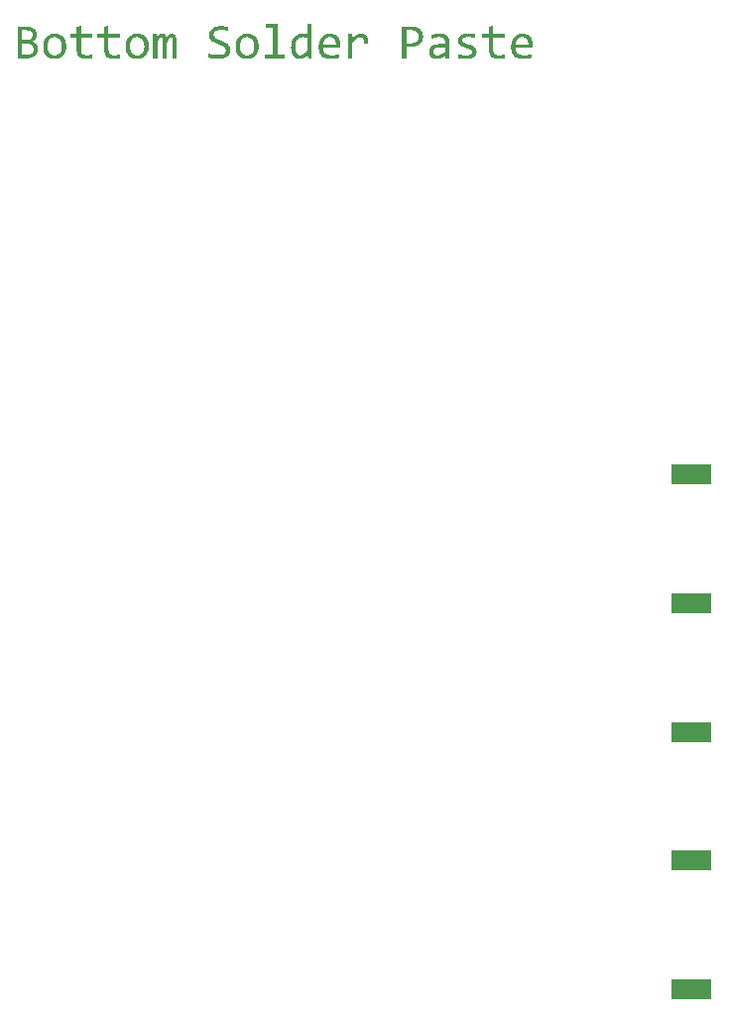
<source format=gbp>
G04*
G04 #@! TF.GenerationSoftware,Altium Limited,Altium Designer,20.0.10 (225)*
G04*
G04 Layer_Color=128*
%FSLAX25Y25*%
%MOIN*%
G70*
G01*
G75*
%ADD40R,0.13780X0.06693*%
G36*
X153157Y237079D02*
X153376Y237061D01*
X153486D01*
X153577Y237042D01*
X153777Y237024D01*
X154014Y236988D01*
X154069D01*
X154141Y236969D01*
X154214D01*
X154415Y236933D01*
X154652Y236897D01*
X154706D01*
X154779Y236878D01*
X154852Y236860D01*
X155052Y236824D01*
X155253Y236787D01*
Y235475D01*
X155216D01*
X155143Y235512D01*
X155016Y235530D01*
X154852Y235567D01*
X154670Y235603D01*
X154451Y235658D01*
X153977Y235731D01*
X153959D01*
X153868Y235749D01*
X153759Y235767D01*
X153595Y235785D01*
X153413Y235803D01*
X153194Y235822D01*
X152757Y235840D01*
X152556D01*
X152338Y235822D01*
X152064Y235785D01*
X151755Y235731D01*
X151445Y235658D01*
X151172Y235548D01*
X150917Y235403D01*
X150898Y235384D01*
X150825Y235330D01*
X150734Y235239D01*
X150625Y235111D01*
X150516Y234947D01*
X150425Y234747D01*
X150352Y234528D01*
X150333Y234273D01*
Y234255D01*
Y234200D01*
X150352Y234127D01*
X150370Y234018D01*
X150443Y233781D01*
X150497Y233653D01*
X150570Y233526D01*
X150589Y233508D01*
X150607Y233471D01*
X150661Y233417D01*
X150734Y233344D01*
X150935Y233161D01*
X151190Y232961D01*
X151208Y232943D01*
X151263Y232925D01*
X151336Y232870D01*
X151463Y232815D01*
X151591Y232743D01*
X151736Y232670D01*
X152101Y232524D01*
X152119D01*
X152192Y232487D01*
X152283Y232451D01*
X152429Y232396D01*
X152575Y232342D01*
X152738Y232269D01*
X153121Y232105D01*
X153139D01*
X153212Y232068D01*
X153322Y232032D01*
X153449Y231977D01*
X153613Y231904D01*
X153777Y231832D01*
X154160Y231649D01*
X154178Y231631D01*
X154251Y231613D01*
X154342Y231558D01*
X154469Y231485D01*
X154761Y231285D01*
X155052Y231048D01*
X155071Y231030D01*
X155125Y230993D01*
X155198Y230921D01*
X155289Y230811D01*
X155380Y230702D01*
X155490Y230556D01*
X155690Y230228D01*
X155708Y230210D01*
X155727Y230137D01*
X155763Y230046D01*
X155818Y229918D01*
X155872Y229754D01*
X155909Y229554D01*
X155927Y229353D01*
X155945Y229117D01*
Y229080D01*
Y228989D01*
X155927Y228843D01*
X155909Y228661D01*
X155872Y228461D01*
X155799Y228224D01*
X155727Y227987D01*
X155617Y227768D01*
X155599Y227750D01*
X155563Y227677D01*
X155490Y227568D01*
X155399Y227440D01*
X155271Y227295D01*
X155125Y227131D01*
X154943Y226967D01*
X154743Y226821D01*
X154725Y226803D01*
X154652Y226766D01*
X154524Y226693D01*
X154378Y226602D01*
X154178Y226511D01*
X153959Y226420D01*
X153704Y226329D01*
X153413Y226256D01*
X153376D01*
X153285Y226220D01*
X153121Y226202D01*
X152902Y226165D01*
X152647Y226129D01*
X152356Y226110D01*
X152028Y226074D01*
X151427D01*
X151281Y226092D01*
X151153D01*
X150825Y226110D01*
X150752D01*
X150680Y226129D01*
X150570D01*
X150315Y226165D01*
X150024Y226202D01*
X149951D01*
X149878Y226220D01*
X149787D01*
X149550Y226256D01*
X149295Y226293D01*
X149277D01*
X149240Y226311D01*
X149167Y226329D01*
X149094Y226347D01*
X148894Y226402D01*
X148675Y226457D01*
Y227859D01*
X148712Y227841D01*
X148785Y227823D01*
X148912Y227787D01*
X149076Y227732D01*
X149277Y227659D01*
X149514Y227604D01*
X149769Y227550D01*
X150042Y227495D01*
X150078D01*
X150170Y227477D01*
X150333Y227459D01*
X150552Y227440D01*
X150807Y227404D01*
X151099Y227386D01*
X151427Y227368D01*
X152046D01*
X152210Y227386D01*
X152392D01*
X152593Y227422D01*
X152793Y227440D01*
X152994Y227477D01*
X153012D01*
X153085Y227495D01*
X153157Y227532D01*
X153285Y227550D01*
X153540Y227659D01*
X153795Y227787D01*
X153814Y227805D01*
X153850Y227823D01*
X153905Y227878D01*
X153977Y227932D01*
X154141Y228096D01*
X154269Y228315D01*
Y228333D01*
X154287Y228370D01*
X154324Y228443D01*
X154342Y228534D01*
X154378Y228643D01*
X154396Y228770D01*
X154415Y229044D01*
Y229062D01*
Y229117D01*
X154396Y229190D01*
X154378Y229299D01*
X154305Y229536D01*
X154251Y229645D01*
X154160Y229773D01*
X154141Y229791D01*
X154123Y229827D01*
X154069Y229882D01*
X153996Y229955D01*
X153905Y230046D01*
X153795Y230137D01*
X153522Y230319D01*
X153504Y230337D01*
X153449Y230356D01*
X153376Y230410D01*
X153267Y230465D01*
X153139Y230538D01*
X152994Y230611D01*
X152629Y230775D01*
X152611Y230793D01*
X152538Y230811D01*
X152447Y230848D01*
X152301Y230902D01*
X152155Y230957D01*
X151973Y231030D01*
X151591Y231175D01*
X151572Y231194D01*
X151499Y231212D01*
X151408Y231267D01*
X151281Y231321D01*
X151117Y231394D01*
X150953Y231467D01*
X150570Y231649D01*
X150552Y231667D01*
X150479Y231704D01*
X150388Y231740D01*
X150261Y231813D01*
X150133Y231904D01*
X149969Y231995D01*
X149659Y232232D01*
X149641Y232250D01*
X149605Y232287D01*
X149532Y232360D01*
X149441Y232469D01*
X149350Y232578D01*
X149240Y232724D01*
X149040Y233034D01*
X149022Y233052D01*
X149003Y233125D01*
X148967Y233216D01*
X148931Y233344D01*
X148876Y233508D01*
X148839Y233690D01*
X148821Y233909D01*
X148803Y234127D01*
Y234145D01*
Y234218D01*
X148821Y234328D01*
X148839Y234473D01*
X148858Y234637D01*
X148894Y234820D01*
X148949Y235020D01*
X149022Y235220D01*
X149040Y235239D01*
X149058Y235312D01*
X149131Y235403D01*
X149204Y235530D01*
X149295Y235676D01*
X149423Y235840D01*
X149568Y236004D01*
X149732Y236168D01*
X149750Y236186D01*
X149823Y236241D01*
X149933Y236314D01*
X150078Y236405D01*
X150242Y236514D01*
X150461Y236623D01*
X150698Y236733D01*
X150971Y236842D01*
X151008Y236860D01*
X151117Y236878D01*
X151263Y236915D01*
X151481Y236969D01*
X151755Y237024D01*
X152064Y237061D01*
X152410Y237079D01*
X152793Y237097D01*
X152975D01*
X153157Y237079D01*
D02*
G37*
G36*
X183366Y226220D02*
X182073D01*
X182018Y227768D01*
Y227750D01*
X182000Y227732D01*
X181909Y227623D01*
X181799Y227477D01*
X181635Y227276D01*
X181435Y227076D01*
X181216Y226857D01*
X180980Y226657D01*
X180724Y226475D01*
X180688Y226457D01*
X180597Y226420D01*
X180469Y226347D01*
X180269Y226274D01*
X180050Y226202D01*
X179795Y226129D01*
X179522Y226092D01*
X179212Y226074D01*
X179103D01*
X178957Y226092D01*
X178793Y226110D01*
X178611Y226147D01*
X178392Y226202D01*
X178192Y226274D01*
X177973Y226365D01*
X177955Y226384D01*
X177882Y226420D01*
X177791Y226493D01*
X177663Y226584D01*
X177518Y226693D01*
X177372Y226839D01*
X177226Y227003D01*
X177080Y227185D01*
X177062Y227204D01*
X177026Y227276D01*
X176953Y227404D01*
X176880Y227550D01*
X176789Y227750D01*
X176698Y227969D01*
X176607Y228206D01*
X176534Y228479D01*
Y228515D01*
X176516Y228607D01*
X176479Y228770D01*
X176461Y228971D01*
X176425Y229226D01*
X176388Y229518D01*
X176370Y229827D01*
Y230155D01*
Y230173D01*
Y230210D01*
Y230265D01*
Y230337D01*
X176388Y230520D01*
X176406Y230775D01*
X176443Y231066D01*
X176479Y231376D01*
X176552Y231704D01*
X176643Y232014D01*
Y232032D01*
X176661Y232050D01*
X176698Y232159D01*
X176771Y232305D01*
X176862Y232487D01*
X176971Y232706D01*
X177117Y232943D01*
X177281Y233180D01*
X177463Y233398D01*
X177481Y233417D01*
X177554Y233489D01*
X177663Y233599D01*
X177827Y233726D01*
X178010Y233854D01*
X178228Y234000D01*
X178465Y234127D01*
X178738Y234255D01*
X178775Y234273D01*
X178866Y234309D01*
X179030Y234346D01*
X179230Y234401D01*
X179467Y234455D01*
X179759Y234510D01*
X180069Y234528D01*
X180396Y234546D01*
X180633D01*
X180888Y234528D01*
X181162Y234492D01*
X181180D01*
X181235Y234473D01*
X181307D01*
X181399Y234455D01*
X181654Y234401D01*
X181927Y234328D01*
Y237808D01*
X183366D01*
Y226220D01*
D02*
G37*
G36*
X236350Y234583D02*
X236532D01*
X236951Y234546D01*
X236969D01*
X237061Y234528D01*
X237170D01*
X237334Y234510D01*
X237516Y234473D01*
X237717Y234455D01*
X237953Y234401D01*
X238190Y234364D01*
Y233089D01*
X238154D01*
X238081Y233125D01*
X237953Y233143D01*
X237771Y233180D01*
X237589Y233216D01*
X237370Y233253D01*
X236915Y233326D01*
X236897D01*
X236806Y233344D01*
X236696Y233362D01*
X236550Y233380D01*
X236386D01*
X236223Y233398D01*
X235858Y233417D01*
X235676D01*
X235548Y233398D01*
X235257Y233380D01*
X234965Y233326D01*
X234947D01*
X234911Y233307D01*
X234838Y233289D01*
X234747Y233271D01*
X234564Y233180D01*
X234364Y233089D01*
X234328Y233070D01*
X234237Y232998D01*
X234145Y232888D01*
X234054Y232761D01*
X234036Y232724D01*
X234018Y232633D01*
X233981Y232506D01*
X233963Y232342D01*
Y232323D01*
Y232305D01*
X233981Y232214D01*
X234000Y232087D01*
X234036Y231941D01*
X234054Y231904D01*
X234109Y231832D01*
X234218Y231722D01*
X234364Y231595D01*
X234382D01*
X234401Y231558D01*
X234455Y231540D01*
X234528Y231485D01*
X234637Y231431D01*
X234747Y231376D01*
X234874Y231321D01*
X235020Y231248D01*
X235038D01*
X235093Y231212D01*
X235184Y231194D01*
X235312Y231139D01*
X235475Y231084D01*
X235658Y231030D01*
X235858Y230975D01*
X236095Y230902D01*
X236131Y230884D01*
X236223Y230866D01*
X236350Y230829D01*
X236532Y230756D01*
X236733Y230702D01*
X236933Y230611D01*
X237134Y230538D01*
X237334Y230447D01*
X237352Y230429D01*
X237425Y230410D01*
X237498Y230356D01*
X237626Y230301D01*
X237880Y230119D01*
X238136Y229918D01*
X238154Y229900D01*
X238190Y229864D01*
X238245Y229809D01*
X238318Y229736D01*
X238464Y229536D01*
X238537Y229408D01*
X238591Y229281D01*
Y229262D01*
X238609Y229226D01*
X238646Y229135D01*
X238664Y229044D01*
X238701Y228916D01*
X238719Y228789D01*
X238737Y228461D01*
Y228443D01*
Y228388D01*
Y228297D01*
X238719Y228206D01*
X238664Y227951D01*
X238573Y227677D01*
Y227659D01*
X238555Y227623D01*
X238518Y227550D01*
X238464Y227477D01*
X238336Y227276D01*
X238172Y227058D01*
X238154Y227040D01*
X238136Y227021D01*
X238081Y226967D01*
X238008Y226912D01*
X237808Y226766D01*
X237571Y226602D01*
X237553D01*
X237516Y226566D01*
X237443Y226548D01*
X237352Y226493D01*
X237134Y226402D01*
X236860Y226311D01*
X236842D01*
X236806Y226293D01*
X236715Y226274D01*
X236623Y226256D01*
X236514Y226220D01*
X236368Y226202D01*
X236077Y226147D01*
X236059D01*
X236004Y226129D01*
X235931D01*
X235822Y226110D01*
X235585Y226092D01*
X235293Y226074D01*
X234984D01*
X234783Y226092D01*
X234546D01*
X234291Y226110D01*
X233745Y226147D01*
X233708D01*
X233635Y226165D01*
X233489Y226183D01*
X233326Y226202D01*
X233107Y226238D01*
X232888Y226274D01*
X232396Y226384D01*
Y227695D01*
X232433D01*
X232524Y227659D01*
X232651Y227623D01*
X232834Y227568D01*
X233052Y227513D01*
X233289Y227459D01*
X233818Y227368D01*
X233854D01*
X233945Y227349D01*
X234073Y227331D01*
X234255D01*
X234473Y227313D01*
X234710Y227295D01*
X235239Y227276D01*
X235403D01*
X235585Y227295D01*
X235804Y227313D01*
X236059Y227349D01*
X236314Y227386D01*
X236550Y227459D01*
X236751Y227550D01*
X236769Y227568D01*
X236824Y227604D01*
X236915Y227659D01*
X237006Y227750D01*
X237097Y227859D01*
X237188Y228005D01*
X237243Y228169D01*
X237261Y228351D01*
Y228370D01*
Y228388D01*
X237243Y228479D01*
X237225Y228607D01*
X237170Y228734D01*
X237152Y228770D01*
X237115Y228843D01*
X237024Y228953D01*
X236878Y229080D01*
X236842Y229117D01*
X236787Y229135D01*
X236733Y229190D01*
X236642Y229226D01*
X236532Y229281D01*
X236386Y229354D01*
X236241Y229408D01*
X236223D01*
X236168Y229445D01*
X236077Y229481D01*
X235931Y229536D01*
X235767Y229590D01*
X235567Y229663D01*
X235348Y229736D01*
X235075Y229809D01*
X235056D01*
X234984Y229845D01*
X234874Y229864D01*
X234747Y229918D01*
X234583Y229973D01*
X234419Y230028D01*
X234054Y230173D01*
X234036Y230192D01*
X233981Y230210D01*
X233890Y230265D01*
X233781Y230319D01*
X233508Y230465D01*
X233235Y230665D01*
X233216Y230684D01*
X233180Y230720D01*
X233107Y230775D01*
X233034Y230866D01*
X232852Y231066D01*
X232688Y231340D01*
Y231358D01*
X232651Y231412D01*
X232633Y231485D01*
X232597Y231595D01*
X232560Y231722D01*
X232542Y231886D01*
X232506Y232068D01*
Y232250D01*
Y232269D01*
Y232305D01*
Y232378D01*
X232524Y232469D01*
X232542Y232578D01*
X232560Y232706D01*
X232651Y232998D01*
Y233016D01*
X232688Y233070D01*
X232724Y233143D01*
X232779Y233253D01*
X232852Y233362D01*
X232943Y233489D01*
X233070Y233635D01*
X233198Y233763D01*
X233216Y233781D01*
X233271Y233818D01*
X233362Y233890D01*
X233471Y233981D01*
X233617Y234072D01*
X233799Y234164D01*
X234000Y234273D01*
X234237Y234364D01*
X234273Y234382D01*
X234364Y234401D01*
X234492Y234437D01*
X234692Y234492D01*
X234929Y234528D01*
X235202Y234564D01*
X235530Y234583D01*
X235876Y234601D01*
X236204D01*
X236350Y234583D01*
D02*
G37*
G36*
X200019Y234583D02*
X200111D01*
X200238Y234564D01*
X200530Y234492D01*
X200839Y234401D01*
X201149Y234255D01*
X201459Y234036D01*
X201605Y233909D01*
X201732Y233763D01*
X201768Y233726D01*
X201787Y233672D01*
X201841Y233617D01*
X201878Y233526D01*
X201933Y233417D01*
X202005Y233289D01*
X202060Y233143D01*
X202115Y232979D01*
X202169Y232815D01*
X202224Y232615D01*
X202279Y232396D01*
X202315Y232141D01*
X202333Y231886D01*
X202351Y231613D01*
Y231321D01*
X200912D01*
Y231340D01*
Y231376D01*
Y231431D01*
Y231504D01*
X200894Y231686D01*
X200876Y231904D01*
X200839Y232159D01*
X200785Y232415D01*
X200693Y232670D01*
X200584Y232870D01*
X200566Y232888D01*
X200530Y232943D01*
X200438Y233034D01*
X200329Y233125D01*
X200183Y233198D01*
X200019Y233289D01*
X199819Y233344D01*
X199582Y233362D01*
X199473D01*
X199418Y233344D01*
X199236Y233326D01*
X199017Y233253D01*
X198999D01*
X198963Y233234D01*
X198908Y233216D01*
X198835Y233180D01*
X198635Y233070D01*
X198416Y232925D01*
X198398Y232906D01*
X198361Y232888D01*
X198307Y232834D01*
X198216Y232779D01*
X198015Y232578D01*
X197760Y232342D01*
X197742Y232323D01*
X197705Y232287D01*
X197633Y232214D01*
X197541Y232105D01*
X197432Y231977D01*
X197305Y231850D01*
X197177Y231686D01*
X197031Y231504D01*
Y226220D01*
X195592D01*
Y234455D01*
X196886D01*
X196922Y232925D01*
Y232943D01*
X196958Y232961D01*
X197049Y233070D01*
X197195Y233216D01*
X197378Y233417D01*
X197596Y233617D01*
X197833Y233836D01*
X198088Y234036D01*
X198361Y234200D01*
X198398Y234218D01*
X198489Y234255D01*
X198617Y234328D01*
X198817Y234401D01*
X199017Y234473D01*
X199272Y234546D01*
X199527Y234583D01*
X199801Y234601D01*
X199928D01*
X200019Y234583D01*
D02*
G37*
G36*
X136468Y234583D02*
X136559Y234564D01*
X136687Y234528D01*
X136814Y234473D01*
X136960Y234401D01*
X137106Y234309D01*
X137251Y234182D01*
X137397Y234018D01*
X137525Y233817D01*
X137652Y233599D01*
X137743Y233326D01*
X137816Y232997D01*
X137871Y232633D01*
X137889Y232214D01*
Y226220D01*
X136468D01*
Y232123D01*
Y232141D01*
Y232196D01*
Y232250D01*
Y232342D01*
X136450Y232542D01*
X136432Y232743D01*
Y232761D01*
Y232779D01*
X136413Y232888D01*
X136395Y233016D01*
X136340Y233143D01*
X136322Y233161D01*
X136304Y233216D01*
X136249Y233289D01*
X136195Y233344D01*
X136177Y233362D01*
X136140Y233380D01*
X136067Y233398D01*
X135976Y233417D01*
X135958D01*
X135885Y233398D01*
X135794Y233380D01*
X135685Y233307D01*
X135666Y233289D01*
X135612Y233234D01*
X135521Y233125D01*
X135411Y232979D01*
Y232961D01*
X135393Y232943D01*
X135357Y232888D01*
X135320Y232834D01*
X135211Y232633D01*
X135083Y232396D01*
Y232378D01*
X135047Y232323D01*
X135010Y232250D01*
X134956Y232141D01*
X134901Y232014D01*
X134828Y231868D01*
X134755Y231686D01*
X134664Y231504D01*
Y226220D01*
X133243D01*
Y231977D01*
Y231995D01*
Y232050D01*
Y232123D01*
Y232232D01*
X133225Y232469D01*
X133207Y232688D01*
Y232706D01*
Y232743D01*
X133188Y232852D01*
X133170Y232997D01*
X133116Y233125D01*
X133097Y233143D01*
X133079Y233216D01*
X133025Y233289D01*
X132970Y233344D01*
X132952Y233362D01*
X132915Y233380D01*
X132842Y233398D01*
X132751Y233417D01*
X132733D01*
X132660Y233398D01*
X132569Y233380D01*
X132478Y233326D01*
X132460Y233307D01*
X132405Y233253D01*
X132314Y233161D01*
X132204Y233016D01*
X132186Y232979D01*
X132113Y232870D01*
X132004Y232688D01*
X131877Y232451D01*
Y232433D01*
X131840Y232378D01*
X131804Y232305D01*
X131749Y232196D01*
X131694Y232068D01*
X131622Y231904D01*
X131530Y231704D01*
X131439Y231504D01*
Y226220D01*
X130018D01*
Y234455D01*
X131184D01*
X131257Y232888D01*
X131275Y232906D01*
X131294Y232961D01*
X131330Y233052D01*
X131385Y233161D01*
X131530Y233417D01*
X131676Y233672D01*
X131694Y233690D01*
X131713Y233726D01*
X131749Y233781D01*
X131804Y233854D01*
X131931Y234036D01*
X132095Y234200D01*
X132113Y234218D01*
X132132Y234237D01*
X132241Y234309D01*
X132387Y234401D01*
X132551Y234492D01*
X132569D01*
X132587Y234510D01*
X132715Y234546D01*
X132879Y234583D01*
X133079Y234601D01*
X133188D01*
X133316Y234583D01*
X133462Y234546D01*
X133626Y234492D01*
X133790Y234419D01*
X133954Y234309D01*
X134099Y234164D01*
X134118Y234145D01*
X134154Y234091D01*
X134209Y233981D01*
X134282Y233836D01*
X134336Y233635D01*
X134391Y233417D01*
X134427Y233143D01*
X134446Y232815D01*
X134464Y232834D01*
X134482Y232888D01*
X134519Y232961D01*
X134573Y233070D01*
X134701Y233307D01*
X134828Y233562D01*
Y233581D01*
X134865Y233617D01*
X134901Y233690D01*
X134956Y233763D01*
X135083Y233945D01*
X135229Y234127D01*
X135247Y234145D01*
X135266Y234164D01*
X135375Y234255D01*
X135521Y234364D01*
X135703Y234473D01*
X135721D01*
X135757Y234492D01*
X135812Y234510D01*
X135885Y234546D01*
X136085Y234583D01*
X136322Y234601D01*
X136395D01*
X136468Y234583D01*
D02*
G37*
G36*
X226785Y234583D02*
X226985Y234564D01*
X227222Y234528D01*
X227677Y234437D01*
X227696D01*
X227787Y234401D01*
X227896Y234364D01*
X228024Y234309D01*
X228187Y234237D01*
X228351Y234145D01*
X228516Y234054D01*
X228679Y233927D01*
X228698Y233909D01*
X228752Y233872D01*
X228825Y233799D01*
X228916Y233708D01*
X229026Y233581D01*
X229135Y233435D01*
X229226Y233271D01*
X229317Y233089D01*
X229335Y233070D01*
X229354Y232998D01*
X229390Y232888D01*
X229445Y232743D01*
X229481Y232578D01*
X229518Y232360D01*
X229536Y232141D01*
X229554Y231886D01*
Y226220D01*
X228260D01*
X228224Y227313D01*
X228187Y227276D01*
X228115Y227204D01*
X227969Y227094D01*
X227805Y226948D01*
X227586Y226803D01*
X227368Y226639D01*
X227113Y226493D01*
X226857Y226365D01*
X226821Y226347D01*
X226730Y226329D01*
X226602Y226274D01*
X226420Y226220D01*
X226202Y226165D01*
X225946Y226129D01*
X225691Y226092D01*
X225400Y226074D01*
X225290D01*
X225163Y226092D01*
X224999D01*
X224799Y226110D01*
X224598Y226147D01*
X224197Y226238D01*
X224179D01*
X224124Y226274D01*
X224033Y226311D01*
X223906Y226365D01*
X223651Y226529D01*
X223377Y226730D01*
X223359Y226748D01*
X223323Y226784D01*
X223268Y226857D01*
X223195Y226948D01*
X223122Y227058D01*
X223031Y227185D01*
X222904Y227477D01*
Y227495D01*
X222885Y227550D01*
X222867Y227641D01*
X222831Y227750D01*
X222813Y227896D01*
X222776Y228060D01*
X222758Y228406D01*
Y228424D01*
Y228461D01*
Y228534D01*
X222776Y228607D01*
X222794Y228716D01*
X222813Y228843D01*
X222867Y229117D01*
X222977Y229426D01*
X223141Y229754D01*
X223250Y229918D01*
X223377Y230064D01*
X223505Y230210D01*
X223669Y230356D01*
X223687D01*
X223705Y230392D01*
X223760Y230429D01*
X223851Y230465D01*
X223942Y230520D01*
X224052Y230574D01*
X224197Y230647D01*
X224361Y230720D01*
X224543Y230775D01*
X224744Y230848D01*
X224963Y230902D01*
X225218Y230957D01*
X225473Y230993D01*
X225764Y231030D01*
X226074Y231066D01*
X228115Y231066D01*
Y231777D01*
Y231813D01*
Y231904D01*
X228096Y232032D01*
X228060Y232196D01*
X228005Y232378D01*
X227914Y232578D01*
X227805Y232761D01*
X227641Y232943D01*
X227623Y232961D01*
X227550Y233016D01*
X227441Y233089D01*
X227295Y233161D01*
X227094Y233234D01*
X226839Y233307D01*
X226548Y233362D01*
X226220Y233380D01*
X225965D01*
X225782Y233362D01*
X225564Y233344D01*
X225345Y233307D01*
X224835Y233216D01*
X224799D01*
X224726Y233180D01*
X224580Y233143D01*
X224416Y233107D01*
X224197Y233034D01*
X223960Y232961D01*
X223705Y232870D01*
X223450Y232779D01*
Y234072D01*
X223468D01*
X223505Y234091D01*
X223541Y234109D01*
X223614Y234127D01*
X223797Y234182D01*
X224033Y234255D01*
X224052D01*
X224088Y234273D01*
X224161Y234291D01*
X224252Y234309D01*
X224489Y234364D01*
X224744Y234419D01*
X224762D01*
X224817Y234437D01*
X224890Y234455D01*
X224981Y234473D01*
X225090Y234492D01*
X225218Y234510D01*
X225509Y234546D01*
X225527D01*
X225582Y234564D01*
X225655D01*
X225764Y234583D01*
X225892D01*
X226019Y234601D01*
X226602D01*
X226785Y234583D01*
D02*
G37*
G36*
X217219Y236915D02*
X217456Y236897D01*
X217711Y236860D01*
X218258Y236751D01*
X218294D01*
X218385Y236714D01*
X218513Y236678D01*
X218695Y236605D01*
X218895Y236532D01*
X219096Y236423D01*
X219314Y236314D01*
X219533Y236168D01*
X219551Y236150D01*
X219624Y236095D01*
X219733Y236022D01*
X219861Y235894D01*
X220007Y235749D01*
X220152Y235585D01*
X220298Y235384D01*
X220426Y235166D01*
X220444Y235129D01*
X220480Y235056D01*
X220535Y234929D01*
X220590Y234747D01*
X220644Y234528D01*
X220699Y234273D01*
X220736Y233981D01*
X220754Y233653D01*
Y233617D01*
Y233544D01*
X220736Y233417D01*
X220717Y233253D01*
X220699Y233052D01*
X220644Y232815D01*
X220590Y232578D01*
X220499Y232342D01*
X220480Y232305D01*
X220462Y232232D01*
X220389Y232105D01*
X220317Y231959D01*
X220207Y231777D01*
X220080Y231595D01*
X219916Y231394D01*
X219733Y231194D01*
X219715Y231176D01*
X219642Y231103D01*
X219533Y231012D01*
X219387Y230902D01*
X219187Y230775D01*
X218968Y230629D01*
X218713Y230501D01*
X218422Y230374D01*
X218385Y230356D01*
X218276Y230319D01*
X218112Y230283D01*
X217875Y230228D01*
X217602Y230155D01*
X217274Y230119D01*
X216891Y230082D01*
X216490Y230064D01*
X215178D01*
Y226220D01*
X213721D01*
Y236933D01*
X217019D01*
X217219Y236915D01*
D02*
G37*
G36*
X171778Y227404D02*
X174238D01*
Y226220D01*
X167642Y226220D01*
Y227404D01*
X170339Y227404D01*
Y236642D01*
X167916Y236642D01*
Y237808D01*
X171778Y237808D01*
Y227404D01*
D02*
G37*
G36*
X87748Y236915D02*
X87966Y236897D01*
X88240Y236860D01*
X88531Y236787D01*
X88859Y236714D01*
X89187Y236605D01*
X89515Y236478D01*
X89843Y236295D01*
X90135Y236095D01*
X90408Y235840D01*
X90627Y235530D01*
X90809Y235184D01*
X90918Y234783D01*
X90936Y234564D01*
X90955Y234328D01*
Y234309D01*
Y234291D01*
Y234182D01*
X90936Y234018D01*
X90900Y233817D01*
X90845Y233581D01*
X90772Y233326D01*
X90681Y233070D01*
X90535Y232834D01*
X90517Y232815D01*
X90462Y232724D01*
X90353Y232615D01*
X90226Y232487D01*
X90043Y232342D01*
X89807Y232178D01*
X89533Y232032D01*
X89205Y231904D01*
X89224D01*
X89278Y231886D01*
X89369Y231868D01*
X89479Y231850D01*
X89734Y231759D01*
X90025Y231631D01*
X90043D01*
X90098Y231595D01*
X90171Y231558D01*
X90262Y231485D01*
X90481Y231340D01*
X90699Y231121D01*
X90718Y231103D01*
X90754Y231066D01*
X90809Y230993D01*
X90863Y230920D01*
X90936Y230811D01*
X91009Y230684D01*
X91155Y230374D01*
Y230356D01*
X91191Y230301D01*
X91210Y230210D01*
X91246Y230101D01*
X91282Y229955D01*
X91301Y229791D01*
X91337Y229426D01*
Y229390D01*
Y229299D01*
X91319Y229153D01*
X91301Y228953D01*
X91264Y228752D01*
X91210Y228515D01*
X91137Y228278D01*
X91027Y228042D01*
X91009Y228024D01*
X90973Y227951D01*
X90900Y227841D01*
X90809Y227695D01*
X90699Y227550D01*
X90554Y227367D01*
X90390Y227204D01*
X90189Y227040D01*
X90171Y227021D01*
X90098Y226967D01*
X89971Y226894D01*
X89825Y226821D01*
X89624Y226712D01*
X89406Y226602D01*
X89151Y226511D01*
X88859Y226420D01*
X88823D01*
X88732Y226384D01*
X88568Y226365D01*
X88367Y226329D01*
X88112Y226293D01*
X87821Y226256D01*
X87493Y226238D01*
X87147Y226220D01*
X84395D01*
Y236933D01*
X87565D01*
X87748Y236915D01*
D02*
G37*
G36*
X244367Y234455D02*
X248084D01*
Y233253D01*
X244367D01*
Y229062D01*
Y229044D01*
Y229026D01*
Y228916D01*
X244385Y228770D01*
X244422Y228570D01*
X244476Y228351D01*
X244567Y228133D01*
X244677Y227932D01*
X244841Y227750D01*
X244859Y227732D01*
X244932Y227677D01*
X245041Y227604D01*
X245187Y227532D01*
X245387Y227459D01*
X245624Y227386D01*
X245897Y227331D01*
X246225Y227313D01*
X246480D01*
X246608Y227331D01*
X246772D01*
X247100Y227368D01*
X247118D01*
X247191Y227386D01*
X247282D01*
X247410Y227422D01*
X247555Y227441D01*
X247719Y227477D01*
X248084Y227568D01*
Y226329D01*
X248065D01*
X247993Y226311D01*
X247902Y226293D01*
X247774Y226274D01*
X247610Y226238D01*
X247446Y226220D01*
X247063Y226165D01*
X246972D01*
X246881Y226147D01*
X246736D01*
X246590Y226129D01*
X246408D01*
X246025Y226110D01*
X245879D01*
X245770Y226129D01*
X245642D01*
X245497Y226147D01*
X245150Y226202D01*
X244786Y226274D01*
X244403Y226402D01*
X244039Y226566D01*
X243857Y226675D01*
X243711Y226803D01*
X243674Y226839D01*
X243583Y226930D01*
X243474Y227094D01*
X243328Y227331D01*
X243183Y227641D01*
X243073Y228005D01*
X242982Y228443D01*
X242946Y228953D01*
Y233253D01*
X240650D01*
Y234455D01*
X242946D01*
Y236714D01*
X244367Y237097D01*
Y234455D01*
D02*
G37*
G36*
X115041Y234455D02*
X118758D01*
Y233253D01*
X115041D01*
Y229062D01*
Y229044D01*
Y229026D01*
Y228916D01*
X115059Y228770D01*
X115096Y228570D01*
X115151Y228351D01*
X115242Y228133D01*
X115351Y227932D01*
X115515Y227750D01*
X115533Y227732D01*
X115606Y227677D01*
X115716Y227604D01*
X115861Y227532D01*
X116062Y227459D01*
X116298Y227386D01*
X116572Y227331D01*
X116900Y227313D01*
X117155D01*
X117282Y227331D01*
X117446D01*
X117774Y227368D01*
X117792D01*
X117865Y227386D01*
X117956D01*
X118084Y227422D01*
X118230Y227440D01*
X118394Y227477D01*
X118758Y227568D01*
Y226329D01*
X118740D01*
X118667Y226311D01*
X118576Y226293D01*
X118448Y226274D01*
X118284Y226238D01*
X118121Y226220D01*
X117738Y226165D01*
X117647D01*
X117556Y226147D01*
X117410D01*
X117264Y226129D01*
X117082D01*
X116699Y226110D01*
X116554D01*
X116444Y226129D01*
X116317D01*
X116171Y226147D01*
X115825Y226202D01*
X115460Y226274D01*
X115078Y226402D01*
X114713Y226566D01*
X114531Y226675D01*
X114385Y226803D01*
X114349Y226839D01*
X114258Y226930D01*
X114148Y227094D01*
X114003Y227331D01*
X113857Y227641D01*
X113748Y228005D01*
X113657Y228443D01*
X113620Y228953D01*
Y233253D01*
X111324Y233253D01*
Y234455D01*
X113620Y234455D01*
Y236714D01*
X115041Y237097D01*
Y234455D01*
D02*
G37*
G36*
X105804Y234455D02*
X109521D01*
Y233253D01*
X105804D01*
Y229062D01*
Y229044D01*
Y229026D01*
Y228916D01*
X105822Y228770D01*
X105858Y228570D01*
X105913Y228351D01*
X106004Y228133D01*
X106114Y227932D01*
X106278Y227750D01*
X106296Y227732D01*
X106369Y227677D01*
X106478Y227604D01*
X106624Y227532D01*
X106824Y227459D01*
X107061Y227386D01*
X107334Y227331D01*
X107662Y227313D01*
X107917D01*
X108045Y227331D01*
X108209D01*
X108537Y227367D01*
X108555D01*
X108628Y227386D01*
X108719D01*
X108846Y227422D01*
X108992Y227440D01*
X109156Y227477D01*
X109521Y227568D01*
Y226329D01*
X109502D01*
X109430Y226311D01*
X109338Y226293D01*
X109211Y226274D01*
X109047Y226238D01*
X108883Y226220D01*
X108500Y226165D01*
X108409D01*
X108318Y226147D01*
X108172D01*
X108027Y226129D01*
X107844D01*
X107462Y226110D01*
X107316D01*
X107207Y226129D01*
X107079D01*
X106933Y226147D01*
X106587Y226202D01*
X106223Y226274D01*
X105840Y226402D01*
X105476Y226566D01*
X105294Y226675D01*
X105148Y226803D01*
X105111Y226839D01*
X105020Y226930D01*
X104911Y227094D01*
X104765Y227331D01*
X104620Y227641D01*
X104510Y228005D01*
X104419Y228443D01*
X104383Y228953D01*
Y233253D01*
X102087D01*
Y234455D01*
X104383D01*
Y236714D01*
X105804Y237097D01*
Y234455D01*
D02*
G37*
G36*
X254388Y234583D02*
X254588Y234564D01*
X254825Y234528D01*
X255080Y234492D01*
X255335Y234419D01*
X255590Y234328D01*
X255627Y234309D01*
X255700Y234273D01*
X255827Y234218D01*
X255991Y234127D01*
X256155Y234018D01*
X256356Y233890D01*
X256538Y233726D01*
X256720Y233544D01*
X256738Y233526D01*
X256793Y233453D01*
X256884Y233344D01*
X256975Y233216D01*
X257084Y233034D01*
X257212Y232834D01*
X257321Y232597D01*
X257412Y232342D01*
X257431Y232305D01*
X257449Y232214D01*
X257485Y232068D01*
X257540Y231886D01*
X257576Y231649D01*
X257613Y231394D01*
X257631Y231103D01*
X257649Y230775D01*
Y230756D01*
Y230720D01*
Y230665D01*
Y230592D01*
Y230429D01*
X257631Y230246D01*
Y230210D01*
Y230119D01*
Y230010D01*
X257613Y229882D01*
X251837D01*
Y229864D01*
Y229827D01*
Y229754D01*
X251855Y229681D01*
Y229572D01*
X251873Y229445D01*
X251928Y229153D01*
X252001Y228843D01*
X252129Y228515D01*
X252293Y228206D01*
X252529Y227932D01*
X252566Y227896D01*
X252657Y227823D01*
X252821Y227714D01*
X253058Y227604D01*
X253349Y227477D01*
X253696Y227368D01*
X254096Y227295D01*
X254570Y227258D01*
X255026D01*
X255281Y227276D01*
X255335D01*
X255408Y227295D01*
X255499D01*
X255736Y227331D01*
X255973Y227349D01*
X255991D01*
X256028Y227368D01*
X256101D01*
X256192Y227386D01*
X256392Y227422D01*
X256629Y227459D01*
X256647D01*
X256684Y227477D01*
X256738Y227495D01*
X256811Y227513D01*
X257012Y227550D01*
X257212Y227604D01*
Y226438D01*
X257194D01*
X257103Y226420D01*
X256993Y226384D01*
X256829Y226347D01*
X256629Y226311D01*
X256410Y226256D01*
X256155Y226220D01*
X255882Y226183D01*
X255845D01*
X255754Y226165D01*
X255609Y226147D01*
X255426Y226129D01*
X255190Y226110D01*
X254935Y226092D01*
X254661Y226074D01*
X254187D01*
X253987Y226092D01*
X253750Y226110D01*
X253459Y226147D01*
X253149Y226183D01*
X252839Y226256D01*
X252548Y226347D01*
X252511Y226365D01*
X252420Y226402D01*
X252274Y226475D01*
X252110Y226566D01*
X251910Y226675D01*
X251691Y226821D01*
X251491Y226985D01*
X251290Y227185D01*
X251272Y227204D01*
X251218Y227276D01*
X251127Y227404D01*
X251017Y227550D01*
X250890Y227750D01*
X250780Y227969D01*
X250653Y228242D01*
X250562Y228515D01*
Y228534D01*
Y228552D01*
X250525Y228661D01*
X250489Y228825D01*
X250452Y229044D01*
X250416Y229317D01*
X250379Y229609D01*
X250361Y229955D01*
X250343Y230319D01*
Y230337D01*
Y230356D01*
Y230465D01*
X250361Y230629D01*
X250379Y230848D01*
X250398Y231084D01*
X250452Y231358D01*
X250507Y231649D01*
X250580Y231941D01*
Y231959D01*
X250598Y231977D01*
X250635Y232068D01*
X250689Y232214D01*
X250762Y232415D01*
X250871Y232615D01*
X250999Y232852D01*
X251145Y233089D01*
X251309Y233307D01*
X251327Y233326D01*
X251400Y233398D01*
X251509Y233508D01*
X251637Y233653D01*
X251819Y233799D01*
X252019Y233963D01*
X252238Y234109D01*
X252493Y234255D01*
X252529Y234273D01*
X252621Y234309D01*
X252766Y234364D01*
X252948Y234437D01*
X253185Y234492D01*
X253459Y234546D01*
X253750Y234583D01*
X254078Y234601D01*
X254224D01*
X254388Y234583D01*
D02*
G37*
G36*
X189725Y234583D02*
X189926Y234564D01*
X190162Y234528D01*
X190418Y234492D01*
X190673Y234419D01*
X190928Y234328D01*
X190964Y234309D01*
X191037Y234273D01*
X191165Y234218D01*
X191328Y234127D01*
X191492Y234018D01*
X191693Y233890D01*
X191875Y233726D01*
X192057Y233544D01*
X192076Y233526D01*
X192130Y233453D01*
X192221Y233344D01*
X192312Y233216D01*
X192422Y233034D01*
X192549Y232834D01*
X192658Y232597D01*
X192750Y232342D01*
X192768Y232305D01*
X192786Y232214D01*
X192823Y232068D01*
X192877Y231886D01*
X192914Y231649D01*
X192950Y231394D01*
X192968Y231103D01*
X192987Y230775D01*
Y230756D01*
Y230720D01*
Y230665D01*
Y230592D01*
Y230429D01*
X192968Y230246D01*
Y230210D01*
Y230119D01*
Y230010D01*
X192950Y229882D01*
X187174D01*
Y229864D01*
Y229827D01*
Y229754D01*
X187192Y229681D01*
Y229572D01*
X187211Y229445D01*
X187265Y229153D01*
X187338Y228843D01*
X187466Y228515D01*
X187630Y228206D01*
X187867Y227932D01*
X187903Y227896D01*
X187994Y227823D01*
X188158Y227714D01*
X188395Y227604D01*
X188687Y227477D01*
X189033Y227368D01*
X189434Y227295D01*
X189907Y227258D01*
X190363D01*
X190618Y227276D01*
X190673D01*
X190745Y227295D01*
X190837D01*
X191073Y227331D01*
X191310Y227349D01*
X191328D01*
X191365Y227368D01*
X191438D01*
X191529Y227386D01*
X191729Y227422D01*
X191966Y227459D01*
X191984D01*
X192021Y227477D01*
X192076Y227495D01*
X192148Y227513D01*
X192349Y227550D01*
X192549Y227604D01*
Y226438D01*
X192531D01*
X192440Y226420D01*
X192331Y226384D01*
X192167Y226347D01*
X191966Y226311D01*
X191747Y226256D01*
X191492Y226220D01*
X191219Y226183D01*
X191183D01*
X191092Y226165D01*
X190946Y226147D01*
X190764Y226129D01*
X190527Y226110D01*
X190272Y226092D01*
X189998Y226074D01*
X189525D01*
X189324Y226092D01*
X189087Y226110D01*
X188796Y226147D01*
X188486Y226183D01*
X188176Y226256D01*
X187885Y226347D01*
X187848Y226365D01*
X187757Y226402D01*
X187612Y226475D01*
X187448Y226566D01*
X187247Y226675D01*
X187029Y226821D01*
X186828Y226985D01*
X186628Y227185D01*
X186609Y227204D01*
X186555Y227276D01*
X186464Y227404D01*
X186354Y227550D01*
X186227Y227750D01*
X186117Y227969D01*
X185990Y228242D01*
X185899Y228515D01*
Y228534D01*
Y228552D01*
X185862Y228661D01*
X185826Y228825D01*
X185790Y229044D01*
X185753Y229317D01*
X185717Y229609D01*
X185698Y229955D01*
X185680Y230319D01*
Y230337D01*
Y230356D01*
Y230465D01*
X185698Y230629D01*
X185717Y230848D01*
X185735Y231084D01*
X185790Y231358D01*
X185844Y231649D01*
X185917Y231941D01*
Y231959D01*
X185935Y231977D01*
X185972Y232068D01*
X186026Y232214D01*
X186099Y232415D01*
X186209Y232615D01*
X186336Y232852D01*
X186482Y233089D01*
X186646Y233307D01*
X186664Y233326D01*
X186737Y233398D01*
X186846Y233508D01*
X186974Y233653D01*
X187156Y233799D01*
X187356Y233963D01*
X187575Y234109D01*
X187830Y234255D01*
X187867Y234273D01*
X187958Y234309D01*
X188103Y234364D01*
X188286Y234437D01*
X188523Y234492D01*
X188796Y234546D01*
X189087Y234583D01*
X189415Y234601D01*
X189561D01*
X189725Y234583D01*
D02*
G37*
G36*
X162013Y234583D02*
X162213Y234564D01*
X162468Y234528D01*
X162723Y234473D01*
X162996Y234401D01*
X163270Y234309D01*
X163306Y234291D01*
X163397Y234255D01*
X163525Y234200D01*
X163689Y234109D01*
X163871Y234000D01*
X164071Y233854D01*
X164272Y233690D01*
X164454Y233508D01*
X164472Y233489D01*
X164527Y233417D01*
X164618Y233307D01*
X164727Y233143D01*
X164855Y232961D01*
X164982Y232724D01*
X165092Y232469D01*
X165201Y232196D01*
X165219Y232159D01*
X165237Y232050D01*
X165292Y231886D01*
X165347Y231686D01*
X165383Y231412D01*
X165438Y231103D01*
X165456Y230756D01*
X165474Y230392D01*
Y230374D01*
Y230356D01*
Y230301D01*
Y230228D01*
X165456Y230046D01*
X165438Y229809D01*
X165401Y229536D01*
X165365Y229244D01*
X165292Y228935D01*
X165201Y228625D01*
X165183Y228588D01*
X165146Y228497D01*
X165092Y228351D01*
X165000Y228169D01*
X164891Y227951D01*
X164764Y227714D01*
X164600Y227477D01*
X164418Y227258D01*
X164399Y227240D01*
X164326Y227167D01*
X164217Y227058D01*
X164071Y226930D01*
X163889Y226803D01*
X163689Y226657D01*
X163434Y226511D01*
X163179Y226384D01*
X163142Y226365D01*
X163051Y226329D01*
X162905Y226293D01*
X162705Y226238D01*
X162450Y226165D01*
X162176Y226129D01*
X161867Y226092D01*
X161521Y226074D01*
X161375D01*
X161193Y226092D01*
X160992Y226110D01*
X160737Y226147D01*
X160464Y226183D01*
X160190Y226256D01*
X159917Y226347D01*
X159881Y226365D01*
X159808Y226402D01*
X159680Y226457D01*
X159516Y226548D01*
X159316Y226657D01*
X159134Y226803D01*
X158933Y226967D01*
X158733Y227149D01*
X158715Y227167D01*
X158660Y227240D01*
X158569Y227349D01*
X158460Y227513D01*
X158350Y227695D01*
X158223Y227932D01*
X158113Y228187D01*
X158004Y228461D01*
Y228479D01*
X157986Y228497D01*
X157968Y228607D01*
X157931Y228770D01*
X157877Y228989D01*
X157822Y229262D01*
X157785Y229572D01*
X157767Y229918D01*
X157749Y230283D01*
Y230301D01*
Y230319D01*
Y230374D01*
Y230447D01*
X157767Y230629D01*
X157785Y230848D01*
X157804Y231121D01*
X157858Y231412D01*
X157913Y231722D01*
X158004Y232014D01*
Y232032D01*
X158022Y232050D01*
X158059Y232141D01*
X158113Y232305D01*
X158204Y232487D01*
X158314Y232706D01*
X158460Y232925D01*
X158605Y233161D01*
X158788Y233380D01*
X158806Y233398D01*
X158879Y233471D01*
X158988Y233581D01*
X159134Y233708D01*
X159316Y233854D01*
X159535Y234000D01*
X159771Y234145D01*
X160027Y234273D01*
X160063Y234291D01*
X160154Y234328D01*
X160300Y234382D01*
X160500Y234437D01*
X160755Y234492D01*
X161029Y234546D01*
X161338Y234583D01*
X161685Y234601D01*
X161830D01*
X162013Y234583D01*
D02*
G37*
G36*
X125062D02*
X125263Y234564D01*
X125518Y234528D01*
X125773Y234473D01*
X126046Y234401D01*
X126320Y234309D01*
X126356Y234291D01*
X126447Y234255D01*
X126575Y234200D01*
X126739Y234109D01*
X126921Y234000D01*
X127121Y233854D01*
X127322Y233690D01*
X127504Y233508D01*
X127522Y233489D01*
X127577Y233417D01*
X127668Y233307D01*
X127777Y233143D01*
X127905Y232961D01*
X128032Y232724D01*
X128141Y232469D01*
X128251Y232196D01*
X128269Y232159D01*
X128287Y232050D01*
X128342Y231886D01*
X128397Y231686D01*
X128433Y231412D01*
X128488Y231103D01*
X128506Y230756D01*
X128524Y230392D01*
Y230374D01*
Y230356D01*
Y230301D01*
Y230228D01*
X128506Y230046D01*
X128488Y229809D01*
X128451Y229536D01*
X128415Y229244D01*
X128342Y228935D01*
X128251Y228625D01*
X128233Y228588D01*
X128196Y228497D01*
X128141Y228351D01*
X128050Y228169D01*
X127941Y227951D01*
X127813Y227714D01*
X127649Y227477D01*
X127467Y227258D01*
X127449Y227240D01*
X127376Y227167D01*
X127267Y227058D01*
X127121Y226930D01*
X126939Y226803D01*
X126739Y226657D01*
X126484Y226511D01*
X126228Y226384D01*
X126192Y226365D01*
X126101Y226329D01*
X125955Y226293D01*
X125755Y226238D01*
X125500Y226165D01*
X125226Y226129D01*
X124917Y226092D01*
X124570Y226074D01*
X124425D01*
X124242Y226092D01*
X124042Y226110D01*
X123787Y226147D01*
X123514Y226183D01*
X123240Y226256D01*
X122967Y226347D01*
X122931Y226365D01*
X122858Y226402D01*
X122730Y226457D01*
X122566Y226548D01*
X122366Y226657D01*
X122184Y226803D01*
X121983Y226967D01*
X121783Y227149D01*
X121765Y227167D01*
X121710Y227240D01*
X121619Y227349D01*
X121509Y227513D01*
X121400Y227695D01*
X121273Y227932D01*
X121163Y228187D01*
X121054Y228461D01*
Y228479D01*
X121036Y228497D01*
X121018Y228607D01*
X120981Y228770D01*
X120926Y228989D01*
X120872Y229262D01*
X120835Y229572D01*
X120817Y229918D01*
X120799Y230283D01*
Y230301D01*
Y230319D01*
Y230374D01*
Y230447D01*
X120817Y230629D01*
X120835Y230848D01*
X120853Y231121D01*
X120908Y231412D01*
X120963Y231722D01*
X121054Y232014D01*
Y232032D01*
X121072Y232050D01*
X121109Y232141D01*
X121163Y232305D01*
X121254Y232487D01*
X121364Y232706D01*
X121509Y232925D01*
X121655Y233161D01*
X121837Y233380D01*
X121856Y233398D01*
X121929Y233471D01*
X122038Y233581D01*
X122184Y233708D01*
X122366Y233854D01*
X122584Y234000D01*
X122821Y234145D01*
X123076Y234273D01*
X123113Y234291D01*
X123204Y234328D01*
X123350Y234382D01*
X123550Y234437D01*
X123805Y234492D01*
X124078Y234546D01*
X124388Y234583D01*
X124734Y234601D01*
X124880D01*
X125062Y234583D01*
D02*
G37*
G36*
X97350Y234583D02*
X97550Y234564D01*
X97805Y234528D01*
X98060Y234473D01*
X98334Y234401D01*
X98607Y234309D01*
X98643Y234291D01*
X98734Y234255D01*
X98862Y234200D01*
X99026Y234109D01*
X99208Y234000D01*
X99409Y233854D01*
X99609Y233690D01*
X99791Y233508D01*
X99809Y233489D01*
X99864Y233417D01*
X99955Y233307D01*
X100065Y233143D01*
X100192Y232961D01*
X100320Y232724D01*
X100429Y232469D01*
X100538Y232196D01*
X100556Y232159D01*
X100575Y232050D01*
X100629Y231886D01*
X100684Y231686D01*
X100720Y231412D01*
X100775Y231103D01*
X100793Y230756D01*
X100812Y230392D01*
Y230374D01*
Y230356D01*
Y230301D01*
Y230228D01*
X100793Y230046D01*
X100775Y229809D01*
X100739Y229536D01*
X100702Y229244D01*
X100629Y228935D01*
X100538Y228625D01*
X100520Y228588D01*
X100484Y228497D01*
X100429Y228351D01*
X100338Y228169D01*
X100228Y227951D01*
X100101Y227714D01*
X99937Y227477D01*
X99755Y227258D01*
X99736Y227240D01*
X99664Y227167D01*
X99554Y227058D01*
X99409Y226930D01*
X99226Y226803D01*
X99026Y226657D01*
X98771Y226511D01*
X98516Y226384D01*
X98479Y226365D01*
X98388Y226329D01*
X98242Y226293D01*
X98042Y226238D01*
X97787Y226165D01*
X97514Y226129D01*
X97204Y226092D01*
X96858Y226074D01*
X96712D01*
X96530Y226092D01*
X96329Y226110D01*
X96074Y226147D01*
X95801Y226183D01*
X95528Y226256D01*
X95254Y226347D01*
X95218Y226365D01*
X95145Y226402D01*
X95017Y226457D01*
X94854Y226548D01*
X94653Y226657D01*
X94471Y226803D01*
X94270Y226967D01*
X94070Y227149D01*
X94052Y227167D01*
X93997Y227240D01*
X93906Y227349D01*
X93797Y227513D01*
X93687Y227695D01*
X93560Y227932D01*
X93451Y228187D01*
X93341Y228461D01*
Y228479D01*
X93323Y228497D01*
X93305Y228607D01*
X93268Y228770D01*
X93214Y228989D01*
X93159Y229262D01*
X93123Y229572D01*
X93104Y229918D01*
X93086Y230283D01*
Y230301D01*
Y230319D01*
Y230374D01*
Y230447D01*
X93104Y230629D01*
X93123Y230848D01*
X93141Y231121D01*
X93195Y231412D01*
X93250Y231722D01*
X93341Y232014D01*
Y232032D01*
X93360Y232050D01*
X93396Y232141D01*
X93451Y232305D01*
X93542Y232487D01*
X93651Y232706D01*
X93797Y232925D01*
X93943Y233161D01*
X94125Y233380D01*
X94143Y233398D01*
X94216Y233471D01*
X94325Y233581D01*
X94471Y233708D01*
X94653Y233854D01*
X94872Y234000D01*
X95109Y234145D01*
X95364Y234273D01*
X95400Y234291D01*
X95491Y234328D01*
X95637Y234382D01*
X95837Y234437D01*
X96092Y234492D01*
X96366Y234546D01*
X96675Y234583D01*
X97022Y234601D01*
X97167D01*
X97350Y234583D01*
D02*
G37*
%LPC*%
G36*
X180287Y233362D02*
X180178D01*
X180087Y233344D01*
X179886Y233326D01*
X179631Y233271D01*
X179322Y233180D01*
X179030Y233034D01*
X178738Y232852D01*
X178465Y232597D01*
X178447Y232560D01*
X178374Y232451D01*
X178319Y232378D01*
X178265Y232269D01*
X178210Y232159D01*
X178155Y232032D01*
X178083Y231868D01*
X178028Y231704D01*
X177973Y231504D01*
X177937Y231285D01*
X177882Y231066D01*
X177864Y230811D01*
X177827Y230538D01*
Y230246D01*
Y230228D01*
Y230173D01*
Y230101D01*
Y230010D01*
X177846Y229882D01*
Y229736D01*
X177882Y229408D01*
X177937Y229044D01*
X178010Y228679D01*
X178119Y228333D01*
X178265Y228024D01*
X178283Y227987D01*
X178338Y227914D01*
X178447Y227787D01*
X178593Y227659D01*
X178757Y227532D01*
X178975Y227404D01*
X179212Y227331D01*
X179504Y227295D01*
X179595D01*
X179704Y227313D01*
X179850Y227349D01*
X180032Y227404D01*
X180214Y227495D01*
X180433Y227604D01*
X180651Y227768D01*
X180688Y227787D01*
X180761Y227859D01*
X180870Y227969D01*
X181034Y228133D01*
X181235Y228333D01*
X181435Y228588D01*
X181672Y228880D01*
X181927Y229208D01*
Y233016D01*
X181909D01*
X181872Y233052D01*
X181781Y233070D01*
X181690Y233107D01*
X181581Y233143D01*
X181435Y233198D01*
X181125Y233271D01*
X181107D01*
X181052Y233289D01*
X180980Y233307D01*
X180870Y233326D01*
X180743D01*
X180597Y233344D01*
X180287Y233362D01*
D02*
G37*
G36*
X228115Y229973D02*
X226110Y229973D01*
X225983Y229955D01*
X225691Y229937D01*
X225382Y229864D01*
X225363D01*
X225327Y229845D01*
X225254Y229827D01*
X225163Y229791D01*
X224944Y229681D01*
X224744Y229554D01*
X224726D01*
X224708Y229518D01*
X224616Y229426D01*
X224489Y229262D01*
X224379Y229080D01*
Y229062D01*
X224361Y229026D01*
X224343Y228971D01*
X224325Y228898D01*
X224288Y228698D01*
X224270Y228461D01*
Y228443D01*
Y228424D01*
X224288Y228315D01*
X224307Y228169D01*
X224343Y228005D01*
Y227987D01*
X224361Y227969D01*
X224398Y227878D01*
X224471Y227750D01*
X224580Y227604D01*
X224616Y227586D01*
X224689Y227513D01*
X224835Y227422D01*
X224999Y227349D01*
X225017D01*
X225054Y227331D01*
X225108Y227313D01*
X225181D01*
X225382Y227276D01*
X225637Y227258D01*
X225728D01*
X225819Y227276D01*
X225965Y227295D01*
X226129Y227331D01*
X226329Y227386D01*
X226530Y227459D01*
X226766Y227550D01*
X226803Y227568D01*
X226876Y227604D01*
X227003Y227677D01*
X227167Y227787D01*
X227368Y227914D01*
X227605Y228078D01*
X227859Y228260D01*
X228115Y228497D01*
Y229973D01*
D02*
G37*
G36*
X216654Y235712D02*
X215178D01*
Y231303D01*
X216654D01*
X216745Y231321D01*
X216855D01*
X216982Y231340D01*
X217255Y231376D01*
X217583Y231449D01*
X217911Y231540D01*
X218239Y231686D01*
X218531Y231868D01*
X218567Y231886D01*
X218640Y231977D01*
X218749Y232105D01*
X218895Y232287D01*
X219023Y232542D01*
X219132Y232834D01*
X219205Y233180D01*
X219241Y233581D01*
Y233599D01*
Y233617D01*
Y233672D01*
X219223Y233745D01*
X219205Y233927D01*
X219150Y234164D01*
X219077Y234419D01*
X218950Y234674D01*
X218786Y234929D01*
X218549Y235148D01*
X218513Y235166D01*
X218422Y235239D01*
X218276Y235330D01*
X218057Y235439D01*
X217784Y235530D01*
X217474Y235621D01*
X217091Y235694D01*
X216654Y235712D01*
D02*
G37*
G36*
X87565Y235694D02*
X85853D01*
Y232360D01*
X87475D01*
X87584Y232378D01*
X87730D01*
X87875Y232396D01*
X88185Y232451D01*
X88203D01*
X88258Y232469D01*
X88331Y232506D01*
X88422Y232542D01*
X88640Y232633D01*
X88877Y232779D01*
X88896Y232797D01*
X88932Y232815D01*
X89041Y232925D01*
X89187Y233107D01*
X89333Y233326D01*
Y233344D01*
X89351Y233380D01*
X89388Y233453D01*
X89424Y233562D01*
X89442Y233672D01*
X89479Y233817D01*
X89497Y234127D01*
Y234145D01*
Y234182D01*
Y234237D01*
X89479Y234328D01*
X89460Y234510D01*
X89388Y234728D01*
Y234747D01*
X89369Y234783D01*
X89351Y234838D01*
X89315Y234892D01*
X89205Y235056D01*
X89041Y235220D01*
X89023Y235239D01*
X89005Y235257D01*
X88950Y235293D01*
X88877Y235348D01*
X88786Y235403D01*
X88659Y235457D01*
X88531Y235512D01*
X88385Y235567D01*
X88367D01*
X88313Y235585D01*
X88222Y235603D01*
X88094Y235639D01*
X87948Y235658D01*
X87766Y235676D01*
X87565Y235694D01*
D02*
G37*
G36*
X87547Y231139D02*
X85853D01*
Y227459D01*
X87584D01*
X87693Y227477D01*
X87821D01*
X88094Y227513D01*
X88404Y227568D01*
X88713Y227659D01*
X89005Y227768D01*
X89260Y227914D01*
X89278Y227932D01*
X89351Y228005D01*
X89460Y228115D01*
X89570Y228278D01*
X89679Y228479D01*
X89788Y228734D01*
X89861Y229026D01*
X89880Y229372D01*
Y229390D01*
Y229445D01*
Y229518D01*
X89861Y229609D01*
X89807Y229845D01*
X89697Y230101D01*
Y230119D01*
X89661Y230155D01*
X89624Y230210D01*
X89570Y230301D01*
X89424Y230465D01*
X89205Y230647D01*
X89187Y230665D01*
X89151Y230684D01*
X89078Y230738D01*
X88987Y230775D01*
X88859Y230848D01*
X88732Y230902D01*
X88404Y231012D01*
X88385D01*
X88313Y231030D01*
X88222Y231048D01*
X88094Y231084D01*
X87930Y231103D01*
X87748Y231121D01*
X87547Y231139D01*
D02*
G37*
G36*
X254206Y233453D02*
X253841D01*
X253732Y233435D01*
X253604Y233417D01*
X253459Y233380D01*
X253149Y233271D01*
X253131D01*
X253094Y233234D01*
X253021Y233198D01*
X252930Y233143D01*
X252712Y232979D01*
X252493Y232761D01*
X252475Y232743D01*
X252457Y232706D01*
X252402Y232633D01*
X252329Y232542D01*
X252256Y232433D01*
X252183Y232287D01*
X252038Y231977D01*
Y231959D01*
X252019Y231904D01*
X251983Y231813D01*
X251946Y231686D01*
X251910Y231540D01*
X251892Y231358D01*
X251837Y230975D01*
X256173D01*
Y230993D01*
Y231066D01*
Y231176D01*
Y231303D01*
X256155Y231449D01*
X256137Y231613D01*
X256046Y231959D01*
Y231977D01*
X256028Y232032D01*
X255991Y232123D01*
X255955Y232232D01*
X255827Y232487D01*
X255645Y232743D01*
X255627Y232761D01*
X255590Y232797D01*
X255536Y232852D01*
X255463Y232925D01*
X255353Y233016D01*
X255244Y233089D01*
X254953Y233253D01*
X254935Y233271D01*
X254880Y233289D01*
X254789Y233326D01*
X254679Y233362D01*
X254552Y233398D01*
X254388Y233417D01*
X254206Y233453D01*
D02*
G37*
G36*
X189543Y233453D02*
X189179D01*
X189069Y233435D01*
X188942Y233417D01*
X188796Y233380D01*
X188486Y233271D01*
X188468D01*
X188432Y233234D01*
X188359Y233198D01*
X188268Y233143D01*
X188049Y232979D01*
X187830Y232761D01*
X187812Y232743D01*
X187794Y232706D01*
X187739Y232633D01*
X187666Y232542D01*
X187593Y232433D01*
X187521Y232287D01*
X187375Y231977D01*
Y231959D01*
X187356Y231904D01*
X187320Y231813D01*
X187284Y231686D01*
X187247Y231540D01*
X187229Y231358D01*
X187174Y230975D01*
X191511D01*
Y230993D01*
Y231066D01*
Y231176D01*
Y231303D01*
X191492Y231449D01*
X191474Y231613D01*
X191383Y231959D01*
Y231977D01*
X191365Y232032D01*
X191328Y232123D01*
X191292Y232232D01*
X191165Y232487D01*
X190982Y232743D01*
X190964Y232761D01*
X190928Y232797D01*
X190873Y232852D01*
X190800Y232925D01*
X190691Y233016D01*
X190581Y233089D01*
X190290Y233253D01*
X190272Y233271D01*
X190217Y233289D01*
X190126Y233326D01*
X190017Y233362D01*
X189889Y233398D01*
X189725Y233417D01*
X189543Y233453D01*
D02*
G37*
G36*
X161812Y233380D02*
X161502D01*
X161375Y233362D01*
X161229Y233344D01*
X161047Y233326D01*
X160865Y233271D01*
X160682Y233216D01*
X160500Y233125D01*
X160482Y233107D01*
X160427Y233070D01*
X160336Y233016D01*
X160245Y232943D01*
X160118Y232852D01*
X159990Y232743D01*
X159753Y232451D01*
X159735Y232433D01*
X159698Y232378D01*
X159662Y232287D01*
X159589Y232178D01*
X159516Y232032D01*
X159462Y231868D01*
X159389Y231686D01*
X159334Y231485D01*
Y231467D01*
X159316Y231394D01*
X159298Y231285D01*
X159280Y231139D01*
X159243Y230957D01*
X159225Y230756D01*
X159207Y230319D01*
Y230283D01*
Y230192D01*
X159225Y230046D01*
Y229864D01*
X159243Y229663D01*
X159280Y229426D01*
X159371Y228971D01*
Y228953D01*
X159407Y228880D01*
X159443Y228770D01*
X159498Y228643D01*
X159644Y228333D01*
X159844Y228024D01*
X159862Y228005D01*
X159899Y227969D01*
X159972Y227896D01*
X160063Y227823D01*
X160172Y227732D01*
X160300Y227641D01*
X160591Y227459D01*
X160609D01*
X160664Y227422D01*
X160774Y227404D01*
X160883Y227368D01*
X161047Y227331D01*
X161211Y227313D01*
X161411Y227276D01*
X161721D01*
X161830Y227295D01*
X161994Y227313D01*
X162158Y227331D01*
X162340Y227386D01*
X162523Y227440D01*
X162705Y227513D01*
X162723Y227532D01*
X162778Y227568D01*
X162869Y227623D01*
X162978Y227695D01*
X163087Y227787D01*
X163215Y227914D01*
X163452Y228187D01*
X163470Y228206D01*
X163506Y228260D01*
X163543Y228351D01*
X163616Y228461D01*
X163689Y228607D01*
X163743Y228770D01*
X163816Y228953D01*
X163871Y229153D01*
Y229171D01*
X163889Y229244D01*
X163926Y229372D01*
X163944Y229518D01*
X163980Y229681D01*
X163998Y229882D01*
X164017Y230319D01*
Y230356D01*
Y230447D01*
Y230592D01*
X163998Y230775D01*
X163980Y230975D01*
X163944Y231212D01*
X163889Y231431D01*
X163835Y231649D01*
Y231667D01*
X163798Y231740D01*
X163762Y231850D01*
X163707Y231995D01*
X163561Y232287D01*
X163470Y232451D01*
X163361Y232597D01*
X163342Y232615D01*
X163306Y232651D01*
X163233Y232724D01*
X163142Y232815D01*
X163033Y232906D01*
X162905Y232997D01*
X162595Y233180D01*
X162577Y233198D01*
X162523Y233216D01*
X162432Y233253D01*
X162304Y233289D01*
X162158Y233326D01*
X161994Y233344D01*
X161812Y233380D01*
D02*
G37*
G36*
X124862D02*
X124552D01*
X124425Y233362D01*
X124279Y233344D01*
X124097Y233326D01*
X123915Y233271D01*
X123732Y233216D01*
X123550Y233125D01*
X123532Y233107D01*
X123477Y233070D01*
X123386Y233016D01*
X123295Y232943D01*
X123167Y232852D01*
X123040Y232743D01*
X122803Y232451D01*
X122785Y232433D01*
X122748Y232378D01*
X122712Y232287D01*
X122639Y232178D01*
X122566Y232032D01*
X122511Y231868D01*
X122439Y231686D01*
X122384Y231485D01*
Y231467D01*
X122366Y231394D01*
X122347Y231285D01*
X122329Y231139D01*
X122293Y230957D01*
X122275Y230756D01*
X122256Y230319D01*
Y230283D01*
Y230192D01*
X122275Y230046D01*
Y229864D01*
X122293Y229663D01*
X122329Y229426D01*
X122420Y228971D01*
Y228953D01*
X122457Y228880D01*
X122493Y228770D01*
X122548Y228643D01*
X122694Y228333D01*
X122894Y228024D01*
X122912Y228005D01*
X122949Y227969D01*
X123022Y227896D01*
X123113Y227823D01*
X123222Y227732D01*
X123350Y227641D01*
X123641Y227459D01*
X123659D01*
X123714Y227422D01*
X123823Y227404D01*
X123933Y227368D01*
X124097Y227331D01*
X124261Y227313D01*
X124461Y227276D01*
X124771D01*
X124880Y227295D01*
X125044Y227313D01*
X125208Y227331D01*
X125390Y227386D01*
X125573Y227440D01*
X125755Y227513D01*
X125773Y227532D01*
X125828Y227568D01*
X125919Y227623D01*
X126028Y227695D01*
X126137Y227787D01*
X126265Y227914D01*
X126502Y228187D01*
X126520Y228206D01*
X126556Y228260D01*
X126593Y228351D01*
X126666Y228461D01*
X126739Y228607D01*
X126793Y228770D01*
X126866Y228953D01*
X126921Y229153D01*
Y229171D01*
X126939Y229244D01*
X126975Y229372D01*
X126994Y229518D01*
X127030Y229681D01*
X127048Y229882D01*
X127067Y230319D01*
Y230356D01*
Y230447D01*
Y230592D01*
X127048Y230775D01*
X127030Y230975D01*
X126994Y231212D01*
X126939Y231431D01*
X126884Y231649D01*
Y231667D01*
X126848Y231740D01*
X126811Y231850D01*
X126757Y231995D01*
X126611Y232287D01*
X126520Y232451D01*
X126411Y232597D01*
X126392Y232615D01*
X126356Y232651D01*
X126283Y232724D01*
X126192Y232815D01*
X126083Y232906D01*
X125955Y232997D01*
X125645Y233180D01*
X125627Y233198D01*
X125573Y233216D01*
X125481Y233253D01*
X125354Y233289D01*
X125208Y233326D01*
X125044Y233344D01*
X124862Y233380D01*
D02*
G37*
G36*
X97149Y233380D02*
X96839D01*
X96712Y233362D01*
X96566Y233344D01*
X96384Y233326D01*
X96202Y233271D01*
X96020Y233216D01*
X95837Y233125D01*
X95819Y233107D01*
X95764Y233070D01*
X95674Y233016D01*
X95582Y232943D01*
X95455Y232852D01*
X95327Y232743D01*
X95090Y232451D01*
X95072Y232433D01*
X95036Y232378D01*
X94999Y232287D01*
X94926Y232178D01*
X94854Y232032D01*
X94799Y231868D01*
X94726Y231686D01*
X94671Y231485D01*
Y231467D01*
X94653Y231394D01*
X94635Y231285D01*
X94617Y231139D01*
X94580Y230957D01*
X94562Y230756D01*
X94544Y230319D01*
Y230283D01*
Y230192D01*
X94562Y230046D01*
Y229864D01*
X94580Y229663D01*
X94617Y229426D01*
X94708Y228971D01*
Y228953D01*
X94744Y228880D01*
X94781Y228770D01*
X94835Y228643D01*
X94981Y228333D01*
X95182Y228024D01*
X95200Y228005D01*
X95236Y227969D01*
X95309Y227896D01*
X95400Y227823D01*
X95509Y227732D01*
X95637Y227641D01*
X95929Y227459D01*
X95947D01*
X96001Y227422D01*
X96111Y227404D01*
X96220Y227367D01*
X96384Y227331D01*
X96548Y227313D01*
X96748Y227276D01*
X97058D01*
X97167Y227295D01*
X97332Y227313D01*
X97496Y227331D01*
X97678Y227386D01*
X97860Y227440D01*
X98042Y227513D01*
X98060Y227532D01*
X98115Y227568D01*
X98206Y227623D01*
X98315Y227695D01*
X98425Y227787D01*
X98552Y227914D01*
X98789Y228187D01*
X98807Y228206D01*
X98844Y228260D01*
X98880Y228351D01*
X98953Y228461D01*
X99026Y228607D01*
X99081Y228770D01*
X99154Y228953D01*
X99208Y229153D01*
Y229171D01*
X99226Y229244D01*
X99263Y229372D01*
X99281Y229518D01*
X99317Y229681D01*
X99336Y229882D01*
X99354Y230319D01*
Y230356D01*
Y230447D01*
Y230592D01*
X99336Y230775D01*
X99317Y230975D01*
X99281Y231212D01*
X99226Y231431D01*
X99172Y231649D01*
Y231667D01*
X99135Y231740D01*
X99099Y231850D01*
X99044Y231995D01*
X98898Y232287D01*
X98807Y232451D01*
X98698Y232597D01*
X98680Y232615D01*
X98643Y232651D01*
X98570Y232724D01*
X98479Y232815D01*
X98370Y232906D01*
X98242Y232997D01*
X97933Y233180D01*
X97914Y233198D01*
X97860Y233216D01*
X97769Y233253D01*
X97641Y233289D01*
X97496Y233326D01*
X97332Y233344D01*
X97149Y233380D01*
D02*
G37*
%LPD*%
D40*
X311024Y86614D02*
D03*
Y43307D02*
D03*
Y0D02*
D03*
Y-43307D02*
D03*
Y-86614D02*
D03*
M02*

</source>
